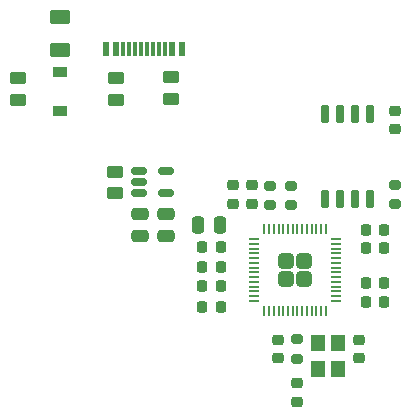
<source format=gbr>
%TF.GenerationSoftware,KiCad,Pcbnew,(6.0.6)*%
%TF.CreationDate,2022-07-20T13:38:39+10:00*%
%TF.ProjectId,SolderingInduction,536f6c64-6572-4696-9e67-496e64756374,3.5.0*%
%TF.SameCoordinates,Original*%
%TF.FileFunction,Paste,Bot*%
%TF.FilePolarity,Positive*%
%FSLAX46Y46*%
G04 Gerber Fmt 4.6, Leading zero omitted, Abs format (unit mm)*
G04 Created by KiCad (PCBNEW (6.0.6)) date 2022-07-20 13:38:39*
%MOMM*%
%LPD*%
G01*
G04 APERTURE LIST*
G04 Aperture macros list*
%AMRoundRect*
0 Rectangle with rounded corners*
0 $1 Rounding radius*
0 $2 $3 $4 $5 $6 $7 $8 $9 X,Y pos of 4 corners*
0 Add a 4 corners polygon primitive as box body*
4,1,4,$2,$3,$4,$5,$6,$7,$8,$9,$2,$3,0*
0 Add four circle primitives for the rounded corners*
1,1,$1+$1,$2,$3*
1,1,$1+$1,$4,$5*
1,1,$1+$1,$6,$7*
1,1,$1+$1,$8,$9*
0 Add four rect primitives between the rounded corners*
20,1,$1+$1,$2,$3,$4,$5,0*
20,1,$1+$1,$4,$5,$6,$7,0*
20,1,$1+$1,$6,$7,$8,$9,0*
20,1,$1+$1,$8,$9,$2,$3,0*%
G04 Aperture macros list end*
%ADD10RoundRect,0.200000X-0.275000X0.200000X-0.275000X-0.200000X0.275000X-0.200000X0.275000X0.200000X0*%
%ADD11RoundRect,0.250000X-0.450000X0.262500X-0.450000X-0.262500X0.450000X-0.262500X0.450000X0.262500X0*%
%ADD12RoundRect,0.250000X0.450000X-0.262500X0.450000X0.262500X-0.450000X0.262500X-0.450000X-0.262500X0*%
%ADD13RoundRect,0.225000X-0.250000X0.225000X-0.250000X-0.225000X0.250000X-0.225000X0.250000X0.225000X0*%
%ADD14RoundRect,0.150000X0.150000X-0.650000X0.150000X0.650000X-0.150000X0.650000X-0.150000X-0.650000X0*%
%ADD15RoundRect,0.225000X-0.225000X-0.250000X0.225000X-0.250000X0.225000X0.250000X-0.225000X0.250000X0*%
%ADD16RoundRect,0.225000X0.225000X0.250000X-0.225000X0.250000X-0.225000X-0.250000X0.225000X-0.250000X0*%
%ADD17R,1.200000X1.400000*%
%ADD18RoundRect,0.225000X0.250000X-0.225000X0.250000X0.225000X-0.250000X0.225000X-0.250000X-0.225000X0*%
%ADD19RoundRect,0.250000X-0.475000X0.250000X-0.475000X-0.250000X0.475000X-0.250000X0.475000X0.250000X0*%
%ADD20RoundRect,0.200000X0.275000X-0.200000X0.275000X0.200000X-0.275000X0.200000X-0.275000X-0.200000X0*%
%ADD21R,1.200000X0.900000*%
%ADD22RoundRect,0.249999X0.395001X0.395001X-0.395001X0.395001X-0.395001X-0.395001X0.395001X-0.395001X0*%
%ADD23RoundRect,0.050000X0.387500X0.050000X-0.387500X0.050000X-0.387500X-0.050000X0.387500X-0.050000X0*%
%ADD24RoundRect,0.050000X0.050000X0.387500X-0.050000X0.387500X-0.050000X-0.387500X0.050000X-0.387500X0*%
%ADD25R,0.600000X1.160000*%
%ADD26R,0.300000X1.160000*%
%ADD27RoundRect,0.250000X-0.625000X0.375000X-0.625000X-0.375000X0.625000X-0.375000X0.625000X0.375000X0*%
%ADD28RoundRect,0.150000X-0.512500X-0.150000X0.512500X-0.150000X0.512500X0.150000X-0.512500X0.150000X0*%
%ADD29RoundRect,0.250000X0.250000X0.475000X-0.250000X0.475000X-0.250000X-0.475000X0.250000X-0.475000X0*%
G04 APERTURE END LIST*
D10*
%TO.C,R3*%
X31625000Y-18425000D03*
X31625000Y-20075000D03*
%TD*%
D11*
%TO.C,R4*%
X21525000Y-9237500D03*
X21525000Y-11062500D03*
%TD*%
D10*
%TO.C,R2*%
X29925000Y-18425000D03*
X29925000Y-20075000D03*
%TD*%
D12*
%TO.C,R8*%
X16743750Y-19062500D03*
X16743750Y-17237500D03*
%TD*%
D13*
%TO.C,C7*%
X40425000Y-12125000D03*
X40425000Y-13675000D03*
%TD*%
D14*
%TO.C,U3*%
X38380000Y-19600000D03*
X37110000Y-19600000D03*
X35840000Y-19600000D03*
X34570000Y-19600000D03*
X34570000Y-12400000D03*
X35840000Y-12400000D03*
X37110000Y-12400000D03*
X38380000Y-12400000D03*
%TD*%
D15*
%TO.C,C14*%
X37980000Y-26660000D03*
X39530000Y-26660000D03*
%TD*%
%TO.C,C18*%
X37975000Y-23750000D03*
X39525000Y-23750000D03*
%TD*%
D16*
%TO.C,C11*%
X25700000Y-25300000D03*
X24150000Y-25300000D03*
%TD*%
%TO.C,C15*%
X25710000Y-26940000D03*
X24160000Y-26940000D03*
%TD*%
D13*
%TO.C,C6*%
X32200000Y-35175000D03*
X32200000Y-36725000D03*
%TD*%
D17*
%TO.C,Y1*%
X35675000Y-31750000D03*
X35675000Y-33950000D03*
X33975000Y-33950000D03*
X33975000Y-31750000D03*
%TD*%
D13*
%TO.C,C5*%
X37425000Y-31475000D03*
X37425000Y-33025000D03*
%TD*%
D18*
%TO.C,C9*%
X28325000Y-19950000D03*
X28325000Y-18400000D03*
%TD*%
D19*
%TO.C,C2*%
X18893750Y-20800000D03*
X18893750Y-22700000D03*
%TD*%
D20*
%TO.C,R6*%
X40425000Y-20025000D03*
X40425000Y-18375000D03*
%TD*%
D10*
%TO.C,R10*%
X32200000Y-31425000D03*
X32200000Y-33075000D03*
%TD*%
D21*
%TO.C,D2*%
X12125000Y-12100000D03*
X12125000Y-8800000D03*
%TD*%
D16*
%TO.C,C17*%
X25700000Y-28700000D03*
X24150000Y-28700000D03*
%TD*%
D11*
%TO.C,R7*%
X8550000Y-9337500D03*
X8550000Y-11162500D03*
%TD*%
D19*
%TO.C,C3*%
X21093750Y-20800000D03*
X21093750Y-22700000D03*
%TD*%
D13*
%TO.C,C10*%
X30600000Y-31485000D03*
X30600000Y-33035000D03*
%TD*%
D22*
%TO.C,U4*%
X32802817Y-24772183D03*
X31202817Y-26372183D03*
X32802817Y-26372183D03*
X31202817Y-24772183D03*
D23*
X35440317Y-22972183D03*
X35440317Y-23372183D03*
X35440317Y-23772183D03*
X35440317Y-24172183D03*
X35440317Y-24572183D03*
X35440317Y-24972183D03*
X35440317Y-25372183D03*
X35440317Y-25772183D03*
X35440317Y-26172183D03*
X35440317Y-26572183D03*
X35440317Y-26972183D03*
X35440317Y-27372183D03*
X35440317Y-27772183D03*
X35440317Y-28172183D03*
D24*
X34602817Y-29009683D03*
X34202817Y-29009683D03*
X33802817Y-29009683D03*
X33402817Y-29009683D03*
X33002817Y-29009683D03*
X32602817Y-29009683D03*
X32202817Y-29009683D03*
X31802817Y-29009683D03*
X31402817Y-29009683D03*
X31002817Y-29009683D03*
X30602817Y-29009683D03*
X30202817Y-29009683D03*
X29802817Y-29009683D03*
X29402817Y-29009683D03*
D23*
X28565317Y-28172183D03*
X28565317Y-27772183D03*
X28565317Y-27372183D03*
X28565317Y-26972183D03*
X28565317Y-26572183D03*
X28565317Y-26172183D03*
X28565317Y-25772183D03*
X28565317Y-25372183D03*
X28565317Y-24972183D03*
X28565317Y-24572183D03*
X28565317Y-24172183D03*
X28565317Y-23772183D03*
X28565317Y-23372183D03*
X28565317Y-22972183D03*
D24*
X29402817Y-22134683D03*
X29802817Y-22134683D03*
X30202817Y-22134683D03*
X30602817Y-22134683D03*
X31002817Y-22134683D03*
X31402817Y-22134683D03*
X31802817Y-22134683D03*
X32202817Y-22134683D03*
X32602817Y-22134683D03*
X33002817Y-22134683D03*
X33402817Y-22134683D03*
X33802817Y-22134683D03*
X34202817Y-22134683D03*
X34602817Y-22134683D03*
%TD*%
D25*
%TO.C,J1*%
X16025000Y-6885000D03*
X16825000Y-6885000D03*
D26*
X17975000Y-6885000D03*
X18975000Y-6885000D03*
X19475000Y-6885000D03*
X20475000Y-6885000D03*
D25*
X21625000Y-6885000D03*
X22425000Y-6885000D03*
X22425000Y-6885000D03*
X21625000Y-6885000D03*
D26*
X20975000Y-6885000D03*
X19975000Y-6885000D03*
X18475000Y-6885000D03*
X17475000Y-6885000D03*
D25*
X16825000Y-6885000D03*
X16025000Y-6885000D03*
%TD*%
D27*
%TO.C,F1*%
X12125000Y-4150000D03*
X12125000Y-6950000D03*
%TD*%
D16*
%TO.C,C12*%
X25700000Y-23650000D03*
X24150000Y-23650000D03*
%TD*%
D15*
%TO.C,C13*%
X37975000Y-22150000D03*
X39525000Y-22150000D03*
%TD*%
%TO.C,C16*%
X37975000Y-28300000D03*
X39525000Y-28300000D03*
%TD*%
D11*
%TO.C,R5*%
X16825000Y-9337500D03*
X16825000Y-11162500D03*
%TD*%
D28*
%TO.C,U1*%
X18806250Y-19050000D03*
X18806250Y-18100000D03*
X18806250Y-17150000D03*
X21081250Y-17150000D03*
X21081250Y-19050000D03*
%TD*%
D29*
%TO.C,C4*%
X25650000Y-21800000D03*
X23750000Y-21800000D03*
%TD*%
D18*
%TO.C,C8*%
X26725000Y-19950000D03*
X26725000Y-18400000D03*
%TD*%
M02*

</source>
